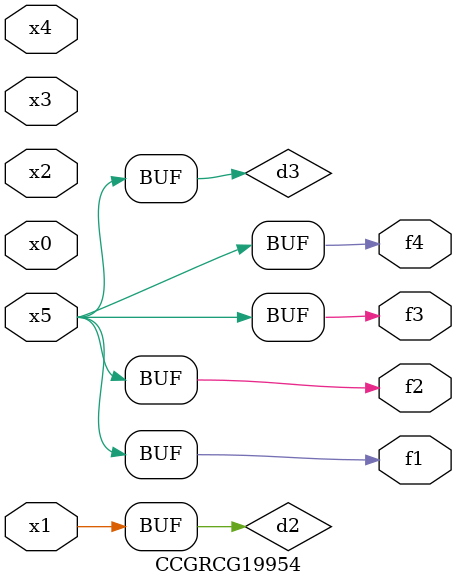
<source format=v>
module CCGRCG19954(
	input x0, x1, x2, x3, x4, x5,
	output f1, f2, f3, f4
);

	wire d1, d2, d3;

	not (d1, x5);
	or (d2, x1);
	xnor (d3, d1);
	assign f1 = d3;
	assign f2 = d3;
	assign f3 = d3;
	assign f4 = d3;
endmodule

</source>
